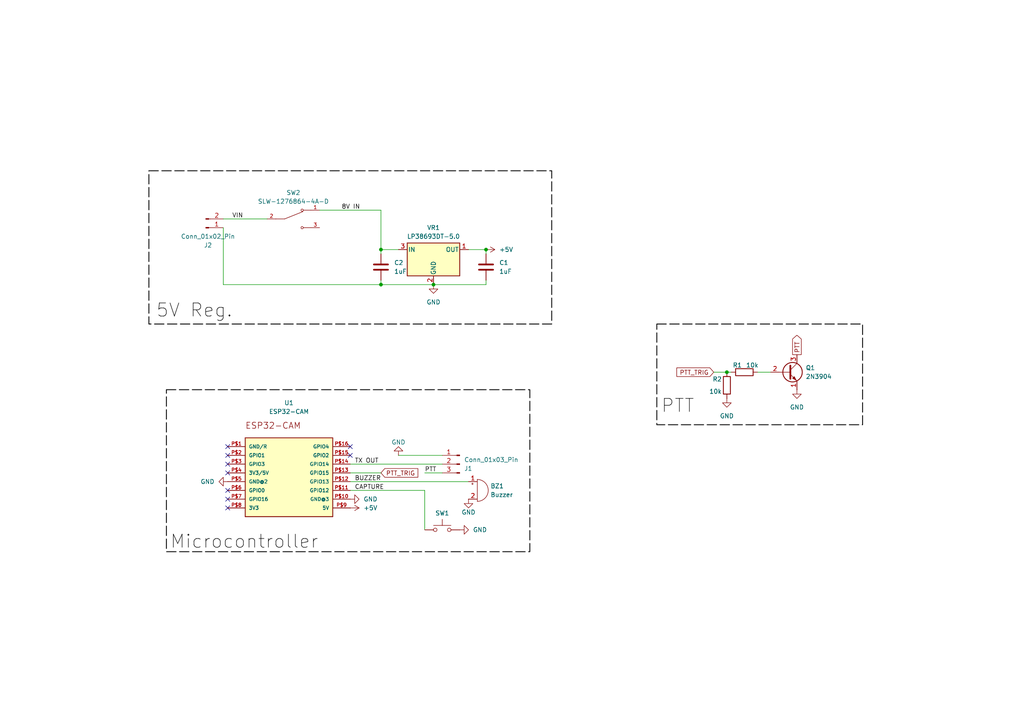
<source format=kicad_sch>
(kicad_sch (version 20250114) (generator "eeschema") (generator_version "9.0")
  (paper "A4")
  (title_block (title "SSTV Backpack") (date "2025-10-22") (rev "1.0.1"))
  (lib_symbols
    (symbol "Connector:Conn_01x02_Pin" (pin_names (offset 1.016) (hide yes))
      (property "Reference" "J" (at 0 2.54 0))
      (property "Value" "Conn_01x02_Pin" (at 0 -5.08 0))
      (symbol "Conn_01x02_Pin_1_1"
        (rectangle (start 0.8636 0.127) (end 0 -0.127) (stroke (width 0.1524)) (fill (type outline)))
        (rectangle (start 0.8636 -2.413) (end 0 -2.667) (stroke (width 0.1524)) (fill (type outline)))
        (polyline (pts (xy 1.27 0) (xy 0.8636 0)) (stroke (width 0.1524)))
        (polyline (pts (xy 1.27 -2.54) (xy 0.8636 -2.54)) (stroke (width 0.1524)))
        (pin passive line (at 5.08 0 180) (length 3.81) (name "Pin_1") (number "1"))
        (pin passive line (at 5.08 -2.54 180) (length 3.81) (name "Pin_2") (number "2"))
      )
    )
    (symbol "Connector:Conn_01x03_Pin" (pin_names (offset 1.016) (hide yes))
      (property "Reference" "J" (at 0 5.08 0))
      (property "Value" "Conn_01x03_Pin" (at 0 -5.08 0))
      (symbol "Conn_01x03_Pin_1_1"
        (rectangle (start 0.8636 2.667) (end 0 2.413) (stroke (width 0.1524)) (fill (type outline)))
        (rectangle (start 0.8636 0.127) (end 0 -0.127) (stroke (width 0.1524)) (fill (type outline)))
        (rectangle (start 0.8636 -2.413) (end 0 -2.667) (stroke (width 0.1524)) (fill (type outline)))
        (polyline (pts (xy 1.27 2.54) (xy 0.8636 2.54)) (stroke (width 0.1524)))
        (polyline (pts (xy 1.27 0) (xy 0.8636 0)) (stroke (width 0.1524)))
        (polyline (pts (xy 1.27 -2.54) (xy 0.8636 -2.54)) (stroke (width 0.1524)))
        (pin passive line (at 5.08 2.54 180) (length 3.81) (name "Pin_1") (number "1"))
        (pin passive line (at 5.08 0 180) (length 3.81) (name "Pin_2") (number "2"))
        (pin passive line (at 5.08 -2.54 180) (length 3.81) (name "Pin_3") (number "3"))
      )
    )
    (symbol "Device:Buzzer" (pin_names (offset 0.0254) (hide yes))
      (property "Reference" "BZ" (at 3.81 1.27 0))
      (property "Value" "Buzzer" (at 3.81 -1.27 0))
      (symbol "Buzzer_0_1"
        (polyline (pts (xy -1.651 1.905) (xy -1.143 1.905)))
        (polyline (pts (xy -1.397 2.159) (xy -1.397 1.651)))
        (arc (start 0 3.175) (mid 3.1612 0) (end 0 -3.175))
        (polyline (pts (xy 0 3.175) (xy 0 -3.175)))
      )
      (symbol "Buzzer_1_1"
        (pin passive line (at -2.54 2.54 0) (length 2.54) (name "+") (number "1"))
        (pin passive line (at -2.54 -2.54 0) (length 2.54) (name "-") (number "2"))
      )
    )
    (symbol "Device:C" (pin_numbers (hide yes)) (pin_names (offset 0.254))
      (property "Reference" "C" (at 0.635 2.54 0))
      (property "Value" "C" (at 0.635 -2.54 0))
      (symbol "C_0_1"
        (polyline (pts (xy -2.032 0.762) (xy 2.032 0.762)) (stroke (width 0.508)))
        (polyline (pts (xy -2.032 -0.762) (xy 2.032 -0.762)) (stroke (width 0.508)))
      )
      (symbol "C_1_1"
        (pin passive line (at 0 3.81 270) (length 2.794) (name "~") (number "1"))
        (pin passive line (at 0 -3.81 90) (length 2.794) (name "~") (number "2"))
      )
    )
    (symbol "Device:R" (pin_numbers (hide yes)) (pin_names (offset 0))
      (property "Reference" "R" (at 2.032 0 90))
      (property "Value" "R" (at 0 0 90))
      (symbol "R_0_1"
        (rectangle (start -1.016 -2.54) (end 1.016 2.54) (stroke (width 0.254)))
      )
      (symbol "R_1_1"
        (pin passive line (at 0 3.81 270) (length 1.27) (name "~") (number "1"))
        (pin passive line (at 0 -3.81 90) (length 1.27) (name "~") (number "2"))
      )
    )
    (symbol "ESP32-CAM:ESP32-CAM" (pin_names (offset 1.016))
      (property "Reference" "U1" (at 0 22.86 0))
      (property "Value" "ESP32-CAM" (at 0 20.32 0))
      (symbol "ESP32-CAM_0_0"
        (rectangle (start -12.7 -10.16) (end 12.7 12.7) (stroke (width 0.254)) (fill (type background)))
        (text "ESP32-CAM" (at -12.7 15.24 0) (effects (font (size 1.778 1.778)) (justify left bottom)))
        (pin bidirectional line (at -17.78 10.16 0) (length 5.08) (name "GND/R") (number "P$1"))
        (pin bidirectional line (at -17.78 7.62 0) (length 5.08) (name "GPIO1") (number "P$2"))
        (pin bidirectional line (at -17.78 5.08 0) (length 5.08) (name "GPIO3") (number "P$3"))
        (pin bidirectional line (at -17.78 2.54 0) (length 5.08) (name "3V3/5V") (number "P$4"))
        (pin bidirectional line (at -17.78 0 0) (length 5.08) (name "GND@2") (number "P$5"))
        (pin bidirectional line (at -17.78 -2.54 0) (length 5.08) (name "GPIO0") (number "P$6"))
        (pin bidirectional line (at -17.78 -5.08 0) (length 5.08) (name "GPIO16") (number "P$7"))
        (pin bidirectional line (at -17.78 -7.62 0) (length 5.08) (name "3V3") (number "P$8"))
        (pin bidirectional line (at 17.78 10.16 180) (length 5.08) (name "GPIO4") (number "P$16"))
        (pin bidirectional line (at 17.78 7.62 180) (length 5.08) (name "GPIO2") (number "P$15"))
        (pin bidirectional line (at 17.78 5.08 180) (length 5.08) (name "GPIO14") (number "P$14"))
        (pin bidirectional line (at 17.78 2.54 180) (length 5.08) (name "GPIO15") (number "P$13"))
        (pin bidirectional line (at 17.78 0 180) (length 5.08) (name "GPIO13") (number "P$12"))
        (pin bidirectional line (at 17.78 -2.54 180) (length 5.08) (name "GPIO12") (number "P$11"))
        (pin bidirectional line (at 17.78 -5.08 180) (length 5.08) (name "GND@3") (number "P$10"))
        (pin bidirectional line (at 17.78 -7.62 180) (length 5.08) (name "5V") (number "P$9"))
      )
    )
    (symbol "Regulator_Linear:LP38693DT-5.0" (pin_names (offset 0.254))
      (property "Reference" "U" (at -6.35 5.715 0))
      (property "Value" "LP38693DT-5.0" (at 0 5.715 0))
      (symbol "LP38693DT-5.0_0_1"
        (rectangle (start -7.62 -5.08) (end 7.62 4.445) (stroke (width 0.254)) (fill (type background)))
      )
      (symbol "LP38693DT-5.0_1_1"
        (pin power_in line (at -10.16 2.54 0) (length 2.54) (name "IN") (number "3"))
        (pin power_in line (at 0 -7.62 90) (length 2.54) (name "GND") (number "2"))
        (pin power_out line (at 10.16 2.54 180) (length 2.54) (name "OUT") (number "1"))
      )
    )
    (symbol "Switch:SW_Push" (pin_numbers (hide yes)) (pin_names (offset 1.016) (hide yes))
      (property "Reference" "SW" (at 1.27 2.54 0))
      (property "Value" "SW_Push" (at 0 -1.524 0))
      (symbol "SW_Push_0_1"
        (circle (center -2.032 0) (radius 0.508))
        (polyline (pts (xy 0 1.27) (xy 0 3.048)))
        (circle (center 2.032 0) (radius 0.508))
        (polyline (pts (xy 2.54 1.27) (xy -2.54 1.27)))
        (pin passive line (at -5.08 0 0) (length 2.54) (name "1") (number "1"))
        (pin passive line (at 5.08 0 180) (length 2.54) (name "2") (number "2"))
      )
    )
    (symbol "SwitchSPDT:SLW-1276864-4A-D" (pin_names (offset 1.016))
      (property "Reference" "S" (at -2.54 5.08 0))
      (property "Value" "SLW-1276864-4A-D" (at -2.54 -5.08 0))
      (symbol "SLW-1276864-4A-D_0_0"
        (polyline (pts (xy -2.54 0) (xy -5.08 0)) (stroke (width 0.1524)))
        (polyline (pts (xy -2.54 0) (xy 2.794 2.1336)) (stroke (width 0.1524)))
        (circle (center 2.54 2.54) (radius 0.3302) (stroke (width 0.1524)))
        (circle (center 2.54 -2.54) (radius 0.3302) (stroke (width 0.1524)))
        (polyline (pts (xy 5.08 2.54) (xy 2.921 2.54)) (stroke (width 0.1524)))
        (polyline (pts (xy 5.08 -2.54) (xy 2.921 -2.54)) (stroke (width 0.1524)))
        (pin passive line (at -7.62 0 0) (length 2.54) (name "~") (number "2"))
        (pin passive line (at 7.62 2.54 180) (length 2.54) (name "~") (number "1"))
        (pin passive line (at 7.62 -2.54 180) (length 2.54) (name "~") (number "3"))
      )
    )
    (symbol "Transistor_BJT:2N3904" (pin_names (offset 0) (hide yes))
      (property "Reference" "Q" (at 5.08 1.905 0))
      (property "Value" "2N3904" (at 5.08 0 0))
      (symbol "2N3904_0_1"
        (polyline (pts (xy -2.54 0) (xy 0.635 0)))
        (polyline (pts (xy 0.635 1.905) (xy 0.635 -1.905)) (stroke (width 0.508)))
        (circle (center 1.27 0) (radius 2.8194) (stroke (width 0.254)))
      )
      (symbol "2N3904_1_1"
        (polyline (pts (xy 0.635 0.635) (xy 2.54 2.54)))
        (polyline (pts (xy 0.635 -0.635) (xy 2.54 -2.54)))
        (polyline (pts (xy 1.27 -1.778) (xy 1.778 -1.27) (xy 2.286 -2.286) (xy 1.27 -1.778)) (fill (type outline)))
        (pin input line (at -5.08 0 0) (length 2.54) (name "B") (number "2"))
        (pin passive line (at 2.54 5.08 270) (length 2.54) (name "C") (number "3"))
        (pin passive line (at 2.54 -5.08 90) (length 2.54) (name "E") (number "1"))
      )
    )
    (symbol "power:+5V" (power) (pin_numbers (hide yes)) (pin_names (offset 0) (hide yes))
      (property "Value" "+5V" (at 0 3.556 0))
      (symbol "+5V_0_1"
        (polyline (pts (xy -0.762 1.27) (xy 0 2.54)))
        (polyline (pts (xy 0 2.54) (xy 0.762 1.27)))
        (polyline (pts (xy 0 0) (xy 0 2.54)))
      )
      (symbol "+5V_1_1"
        (pin power_in line (at 0 0 90) (length 0) (name "~") (number "1"))
      )
    )
    (symbol "power:GND" (power) (pin_numbers (hide yes)) (pin_names (offset 0) (hide yes))
      (property "Value" "GND" (at 0 -3.81 0))
      (symbol "GND_0_1"
        (polyline (pts (xy 0 0) (xy 0 -1.27) (xy 1.27 -1.27) (xy 0 -2.54) (xy -1.27 -1.27) (xy 0 -1.27)))
      )
      (symbol "GND_1_1"
        (pin power_in line (at 0 0 270) (length 0) (name "~") (number "1"))
      )
    )
  )
  (rectangle (start 190.5 93.98) (end 250.19 123.19) (stroke (width 0.25) (type dash) (color 0 0 0 1)))
  (rectangle (start 48.26 113.03) (end 153.67 160.02) (stroke (width 0.25) (type dash) (color 0 0 0 1)))
  (rectangle (start 43.18 49.53) (end 160.02 93.98) (stroke (width 0.25) (type dash) (color 0 0 0 1)))
  (text "Microcontroller" (at 70.866 157.226 0) (effects (font (size 3.81 3.81))))
  (text "5V Reg." (at 56.388 90.17 0) (effects (font (size 3.81 3.81))))
  (text "PTT" (at 196.596 117.856 0) (effects (font (size 3.81 3.81))))
  (junction (at 125.73 82.55))
  (junction (at 140.97 72.39))
  (junction (at 110.49 82.55))
  (junction (at 110.49 72.39))
  (junction (at 210.82 107.95))
  (no_connect (at 66.04 129.54))
  (no_connect (at 101.6 132.08))
  (no_connect (at 66.04 132.08))
  (no_connect (at 66.04 147.32))
  (no_connect (at 66.04 142.24))
  (no_connect (at 101.6 129.54))
  (no_connect (at 66.04 134.62))
  (no_connect (at 66.04 137.16))
  (no_connect (at 66.04 144.78))
  (wire (pts (xy 140.97 81.28) (xy 140.97 82.55)))
  (wire (pts (xy 101.6 137.16) (xy 110.49 137.16)))
  (wire (pts (xy 64.77 66.04) (xy 64.77 82.55)))
  (wire (pts (xy 207.01 107.95) (xy 210.82 107.95)))
  (wire (pts (xy 110.49 81.28) (xy 110.49 82.55)))
  (wire (pts (xy 210.82 107.95) (xy 212.09 107.95)))
  (wire (pts (xy 110.49 73.66) (xy 110.49 72.39)))
  (wire (pts (xy 128.27 132.08) (xy 115.57 132.08)))
  (wire (pts (xy 123.19 137.16) (xy 128.27 137.16)))
  (wire (pts (xy 64.77 63.5) (xy 77.47 63.5)))
  (wire (pts (xy 125.73 82.55) (xy 140.97 82.55)))
  (wire (pts (xy 140.97 72.39) (xy 140.97 73.66)))
  (wire (pts (xy 123.19 142.24) (xy 123.19 153.67)))
  (wire (pts (xy 110.49 82.55) (xy 125.73 82.55)))
  (wire (pts (xy 92.71 60.96) (xy 110.49 60.96)))
  (wire (pts (xy 64.77 82.55) (xy 110.49 82.55)))
  (wire (pts (xy 219.71 107.95) (xy 223.52 107.95)))
  (wire (pts (xy 101.6 142.24) (xy 123.19 142.24)))
  (wire (pts (xy 101.6 134.62) (xy 128.27 134.62)))
  (wire (pts (xy 101.6 139.7) (xy 135.89 139.7)))
  (wire (pts (xy 135.89 72.39) (xy 140.97 72.39)))
  (wire (pts (xy 110.49 72.39) (xy 115.57 72.39)))
  (wire (pts (xy 110.49 60.96) (xy 110.49 72.39)))
  (label "VIN" (at 67.31 63.5 0))
  (label "BUZZER" (at 102.87 139.7 0))
  (label "CAPTURE" (at 102.87 142.24 0))
  (label "PTT" (at 123.19 137.16 0))
  (label "8V IN" (at 99.06 60.96 0))
  (label "TX OUT" (at 102.87 134.62 0))
  (global_label "PTT" (shape output) (at 231.14 102.87 90) (property "Intersheetrefs" "${INTERSHEET_REFS}" (effects (hide yes))))
  (global_label "PTT_TRIG" (shape input) (at 207.01 107.95 180) (property "Intersheetrefs" "${INTERSHEET_REFS}" (effects (hide yes))))
  (global_label "PTT_TRIG" (shape input) (at 110.49 137.16 0) (property "Intersheetrefs" "${INTERSHEET_REFS}" (effects (hide yes))))
  (symbol (lib_id "power:GND") (at 231.14 113.03 0) (unit 1)
    (property "Reference" "#PWR07" (effects (hide yes)))
    (property "Value" "GND" (at 231.14 118.11 0))
    (property "Description" "Power symbol creates a global label with name \"GND\" , ground" (effects (hide yes)))
  )
  (symbol (lib_id "power:GND") (at 210.82 115.57 0) (unit 1)
    (property "Reference" "#PWR08" (effects (hide yes)))
    (property "Value" "GND" (at 210.82 120.65 0))
    (property "Description" "Power symbol creates a global label with name \"GND\" , ground" (effects (hide yes)))
  )
  (symbol (lib_id "power:+5V") (at 101.6 147.32 270) (unit 1)
    (property "Reference" "#PWR03" (effects (hide yes)))
    (property "Value" "+5V" (at 105.41 147.3199 90) (effects (justify left)))
    (property "Description" "Power symbol creates a global label with name \"+5V\"" (effects (hide yes)))
  )
  (symbol (lib_id "SwitchSPDT:SLW-1276864-4A-D") (at 85.09 63.5 0) (unit 1)
    (property "Reference" "SW2" (at 85.09 55.88 0))
    (property "Value" "SLW-1276864-4A-D" (at 85.09 58.42 0))
    (property "Footprint" "SwitchSPDT:SW_SLW-1276864-4A-D" (effects (hide yes)))
    (property "PARTREV" "1.01" (effects (hide yes)))
    (property "STANDARD" "Manufacturer Recommendations" (effects (hide yes)))
    (property "MAXIMUM_PACKAGE_HEIGHT" "10.6mm" (effects (hide yes)))
    (property "MANUFACTURER" "Same Sky" (effects (hide yes)))
  )
  (symbol (lib_id "Regulator_Linear:LP38693DT-5.0") (at 125.73 74.93 0) (unit 1)
    (property "Reference" "VR1" (at 125.73 66.04 0))
    (property "Value" "LP38693DT-5.0" (at 125.73 68.58 0))
    (property "Footprint" "Package_TO_SOT_SMD:TO-252-2" (effects (hide yes)))
    (property "Datasheet" "https://www.ti.com/lit/ds/symlink/lp38693.pdf" (effects (hide yes)))
    (property "Description" "500-mA Low-Dropout CMOS Linear Regulators Stable With Ceramic Output Capacitors, 5.0V output voltage, TO-252" (effects (hide yes)))
  )
  (symbol (lib_id "Connector:Conn_01x02_Pin") (at 59.69 66.04 0) (mirror x) (unit 1)
    (property "Reference" "J2" (at 60.325 71.12 0))
    (property "Value" "Conn_01x02_Pin" (at 60.325 68.58 0))
    (property "Footprint" "Connector_PinHeader_2.54mm:PinHeader_1x02_P2.54mm_Vertical" (effects (hide yes)))
    (property "Description" "Generic connector, single row, 01x02, script generated" (effects (hide yes)))
  )
  (symbol (lib_id "ESP32-CAM:ESP32-CAM") (at 83.82 139.7 0) (unit 1)
    (property "Reference" "U1" (at 83.82 116.84 0))
    (property "Value" "ESP32-CAM" (at 83.82 119.38 0))
    (property "Footprint" "ESP32-CAM:ESP32-CAM" (effects (hide yes)))
    (property "MF" "AI-Thinker" (effects (hide yes)))
    (property "Description_1" "ESP32 ESP32 Transceiver; 802.11 a/b/g/n (Wi-Fi, WiFi, WLAN), Bluetooth® Smart 4.x Low Energy (BLE) Evaluation Board" (effects (hide yes)))
    (property "Package" "None" (effects (hide yes)))
    (property "Price" "None" (effects (hide yes)))
    (property "SnapEDA_Link" "https://www.snapeda.com/parts/ESP32-CAM/AI-Thinker/view-part/?ref=snap" (effects (hide yes)))
    (property "MP" "ESP32-CAM" (effects (hide yes)))
    (property "Availability" "Not in stock" (effects (hide yes)))
    (property "Check_prices" "https://www.snapeda.com/parts/ESP32-CAM/AI-Thinker/view-part/?ref=eda" (effects (hide yes)))
  )
  (symbol (lib_id "Device:R") (at 215.9 107.95 90) (unit 1)
    (property "Reference" "R1" (at 213.868 105.918 90))
    (property "Value" "10k" (at 218.186 105.918 90))
    (property "Footprint" "Resistor_THT:R_Axial_DIN0207_L6.3mm_D2.5mm_P7.62mm_Horizontal" (effects (hide yes)))
    (property "Description" "Resistor" (effects (hide yes)))
  )
  (symbol (lib_id "power:GND") (at 66.04 139.7 270) (unit 1)
    (property "Reference" "#PWR06" (effects (hide yes)))
    (property "Value" "GND" (at 62.23 139.6999 90) (effects (justify right)))
    (property "Description" "Power symbol creates a global label with name \"GND\" , ground" (effects (hide yes)))
  )
  (symbol (lib_id "power:GND") (at 125.73 82.55 0) (unit 1)
    (property "Reference" "#PWR01" (effects (hide yes)))
    (property "Value" "GND" (at 125.73 87.63 0))
    (property "Description" "Power symbol creates a global label with name \"GND\" , ground" (effects (hide yes)))
  )
  (symbol (lib_id "power:GND") (at 101.6 144.78 90) (unit 1)
    (property "Reference" "#PWR05" (effects (hide yes)))
    (property "Value" "GND" (at 105.41 144.7799 90) (effects (justify right)))
    (property "Description" "Power symbol creates a global label with name \"GND\" , ground" (effects (hide yes)))
  )
  (symbol (lib_id "power:GND") (at 135.89 144.78 0) (unit 1)
    (property "Reference" "#PWR010" (effects (hide yes)))
    (property "Value" "GND" (at 135.89 148.59 0))
    (property "Description" "Power symbol creates a global label with name \"GND\" , ground" (effects (hide yes)))
  )
  (symbol (lib_id "Device:R") (at 210.82 111.76 180) (unit 1)
    (property "Reference" "R2" (at 208.026 109.982 0))
    (property "Value" "10k" (at 207.518 113.538 0))
    (property "Footprint" "Resistor_THT:R_Axial_DIN0207_L6.3mm_D2.5mm_P7.62mm_Horizontal" (effects (hide yes)))
    (property "Description" "Resistor" (effects (hide yes)))
  )
  (symbol (lib_id "Device:Buzzer") (at 138.43 142.24 0) (unit 1)
    (property "Reference" "BZ1" (at 142.24 140.9699 0) (effects (justify left)))
    (property "Value" "Buzzer" (at 142.24 143.5099 0) (effects (justify left)))
    (property "Footprint" "Buzzer_Beeper:Buzzer_TDK_PS1240P02BT_D12.2mm_H6.5mm" (effects (hide yes)))
    (property "Description" "Buzzer, polarized" (effects (hide yes)))
  )
  (symbol (lib_id "power:+5V") (at 140.97 72.39 270) (unit 1)
    (property "Reference" "#PWR02" (effects (hide yes)))
    (property "Value" "+5V" (at 144.78 72.3899 90) (effects (justify left)))
    (property "Description" "Power symbol creates a global label with name \"+5V\"" (effects (hide yes)))
  )
  (symbol (lib_id "Connector:Conn_01x03_Pin") (at 133.35 134.62 0) (mirror y) (unit 1)
    (property "Reference" "J1" (at 134.62 135.8901 0) (effects (justify right)))
    (property "Value" "Conn_01x03_Pin" (at 134.62 133.3501 0) (effects (justify right)))
    (property "Footprint" "Connector_PinHeader_2.54mm:PinHeader_1x03_P2.54mm_Vertical" (effects (hide yes)))
    (property "Description" "Generic connector, single row, 01x03, script generated" (effects (hide yes)))
  )
  (symbol (lib_id "power:GND") (at 133.35 153.67 90) (unit 1)
    (property "Reference" "#PWR04" (effects (hide yes)))
    (property "Value" "GND" (at 137.16 153.6699 90) (effects (justify right)))
    (property "Description" "Power symbol creates a global label with name \"GND\" , ground" (effects (hide yes)))
  )
  (symbol (lib_id "Device:C") (at 140.97 77.47 0) (unit 1)
    (property "Reference" "C1" (at 144.78 76.1999 0) (effects (justify left)))
    (property "Value" "1uF" (at 144.78 78.7399 0) (effects (justify left)))
    (property "Footprint" "Capacitor_THT:C_Disc_D3.8mm_W2.6mm_P2.50mm" (effects (hide yes)))
    (property "Description" "Unpolarized capacitor" (effects (hide yes)))
  )
  (symbol (lib_id "Device:C") (at 110.49 77.47 0) (unit 1)
    (property "Reference" "C2" (at 114.3 76.1999 0) (effects (justify left)))
    (property "Value" "1uF" (at 114.3 78.7399 0) (effects (justify left)))
    (property "Footprint" "Capacitor_THT:C_Disc_D3.8mm_W2.6mm_P2.50mm" (effects (hide yes)))
    (property "Description" "Unpolarized capacitor" (effects (hide yes)))
  )
  (symbol (lib_id "Switch:SW_Push") (at 128.27 153.67 0) (unit 1)
    (property "Reference" "SW1" (at 128.27 148.844 0))
    (property "Value" "SW_Push" (effects (hide yes)))
    (property "Description" "Push button switch, generic, two pins" (effects (hide yes)))
  )
  (symbol (lib_id "Transistor_BJT:2N3904") (at 228.6 107.95 0) (unit 1)
    (property "Reference" "Q1" (at 233.68 106.6799 0) (effects (justify left)))
    (property "Value" "2N3904" (at 233.68 109.2199 0) (effects (justify left)))
    (property "Footprint" "Package_TO_SOT_THT:TO-92_Inline" (effects (hide yes)))
    (property "Datasheet" "https://www.onsemi.com/pub/Collateral/2N3903-D.PDF" (effects (hide yes)))
    (property "Description" "0.2A Ic, 40V Vce, Small Signal NPN Transistor, TO-92" (effects (hide yes)))
  )
  (symbol (lib_id "power:GND") (at 115.57 132.08 180) (unit 1)
    (property "Reference" "#PWR09" (effects (hide yes)))
    (property "Value" "GND" (at 115.57 128.27 0))
    (property "Description" "Power symbol creates a global label with name \"GND\" , ground" (effects (hide yes)))
  )
)
</source>
